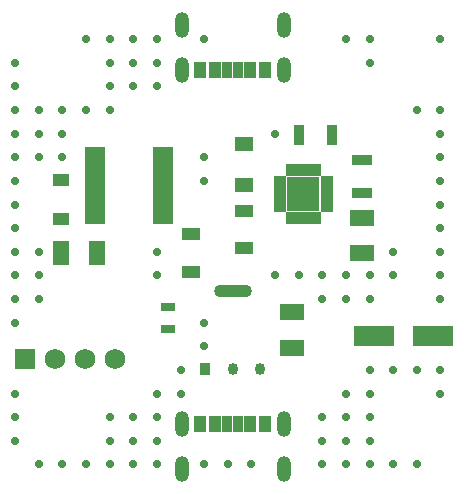
<source format=gts>
G04*
G04 #@! TF.GenerationSoftware,Altium Limited,Altium Designer,25.8.1 (18)*
G04*
G04 Layer_Color=8388736*
%FSLAX25Y25*%
%MOIN*%
G70*
G04*
G04 #@! TF.SameCoordinates,A983AF23-00B2-4BB8-8B37-399FEAB5BF34*
G04*
G04*
G04 #@! TF.FilePolarity,Negative*
G04*
G01*
G75*
%ADD16R,0.06693X0.03740*%
%ADD17R,0.03740X0.06693*%
%ADD24R,0.06299X0.04921*%
%ADD26R,0.05315X0.04331*%
%ADD28R,0.03434X0.03954*%
%ADD29R,0.05118X0.02756*%
G04:AMPARAMS|DCode=30|XSize=39.54mil|YSize=125.28mil|CornerRadius=17.2mil|HoleSize=0mil|Usage=FLASHONLY|Rotation=90.000|XOffset=0mil|YOffset=0mil|HoleType=Round|Shape=RoundedRectangle|*
%AMROUNDEDRECTD30*
21,1,0.03954,0.09088,0,0,90.0*
21,1,0.00514,0.12528,0,0,90.0*
1,1,0.03440,0.04544,0.00257*
1,1,0.03440,0.04544,-0.00257*
1,1,0.03440,-0.04544,-0.00257*
1,1,0.03440,-0.04544,0.00257*
%
%ADD30ROUNDEDRECTD30*%
G04:AMPARAMS|DCode=31|XSize=39.54mil|YSize=34.34mil|CornerRadius=17.17mil|HoleSize=0mil|Usage=FLASHONLY|Rotation=90.000|XOffset=0mil|YOffset=0mil|HoleType=Round|Shape=RoundedRectangle|*
%AMROUNDEDRECTD31*
21,1,0.03954,0.00000,0,0,90.0*
21,1,0.00520,0.03434,0,0,90.0*
1,1,0.03434,0.00000,0.00260*
1,1,0.03434,0.00000,-0.00260*
1,1,0.03434,0.00000,-0.00260*
1,1,0.03434,0.00000,0.00260*
%
%ADD31ROUNDEDRECTD31*%
%ADD32R,0.05906X0.03937*%
%ADD35R,0.04343X0.05328*%
%ADD36R,0.02178X0.03950*%
%ADD37R,0.04147X0.02178*%
%ADD38R,0.11036X0.11430*%
%ADD39R,0.13398X0.07099*%
%ADD40R,0.07887X0.05328*%
%ADD41R,0.06706X0.02572*%
%ADD42R,0.05328X0.07887*%
%ADD43R,0.03950X0.05328*%
%ADD44R,0.03556X0.05328*%
%ADD45O,0.04737X0.08674*%
%ADD46C,0.06902*%
%ADD47R,0.06902X0.06902*%
%ADD48C,0.02769*%
D16*
X122047Y107874D02*
D03*
Y96850D02*
D03*
D17*
X100787Y116142D02*
D03*
X111811D02*
D03*
D24*
X82677Y112992D02*
D03*
Y99606D02*
D03*
D26*
X21654Y100984D02*
D03*
Y87992D02*
D03*
D28*
X69724Y38209D02*
D03*
D29*
X57087Y51378D02*
D03*
Y58858D02*
D03*
D30*
X78740Y64153D02*
D03*
D31*
X87756Y38209D02*
D03*
X78740D02*
D03*
D32*
X82677Y78347D02*
D03*
X64961Y70472D02*
D03*
X82677Y90945D02*
D03*
X64961Y83071D02*
D03*
D35*
X89567Y137795D02*
D03*
Y19685D02*
D03*
X67913Y137795D02*
D03*
Y19685D02*
D03*
D36*
X97441Y104331D02*
D03*
Y88583D02*
D03*
X107283Y104331D02*
D03*
X105315D02*
D03*
X103347D02*
D03*
X101378D02*
D03*
X99410D02*
D03*
X107283Y88583D02*
D03*
X105315D02*
D03*
X103347D02*
D03*
X101378D02*
D03*
X99410D02*
D03*
D37*
X110138Y95473D02*
D03*
Y99410D02*
D03*
Y93504D02*
D03*
Y97441D02*
D03*
X94587Y101378D02*
D03*
Y99410D02*
D03*
Y97441D02*
D03*
Y95473D02*
D03*
Y93504D02*
D03*
Y91535D02*
D03*
X110138Y101378D02*
D03*
Y91535D02*
D03*
D38*
X102362Y96457D02*
D03*
D39*
X145669Y49213D02*
D03*
X125984D02*
D03*
D40*
X122047Y76772D02*
D03*
X98425Y45276D02*
D03*
X122047Y88583D02*
D03*
X98425Y57087D02*
D03*
D41*
X32874Y95571D02*
D03*
Y90453D02*
D03*
Y105807D02*
D03*
Y110925D02*
D03*
Y108366D02*
D03*
Y103248D02*
D03*
Y100689D02*
D03*
Y98130D02*
D03*
Y93012D02*
D03*
Y87894D02*
D03*
X55709D02*
D03*
Y90453D02*
D03*
Y93012D02*
D03*
Y95571D02*
D03*
Y98130D02*
D03*
Y100689D02*
D03*
Y103248D02*
D03*
Y105807D02*
D03*
Y108366D02*
D03*
Y110925D02*
D03*
D42*
X21654Y76772D02*
D03*
X33465D02*
D03*
D43*
X84724Y137795D02*
D03*
X72756D02*
D03*
X84724Y19685D02*
D03*
X72756D02*
D03*
D44*
X76772Y137795D02*
D03*
X80709D02*
D03*
X76772Y19685D02*
D03*
X80709D02*
D03*
D45*
X95748Y137815D02*
D03*
Y152776D02*
D03*
Y19665D02*
D03*
Y4705D02*
D03*
X61732Y152776D02*
D03*
Y137815D02*
D03*
Y4705D02*
D03*
Y19665D02*
D03*
D46*
X19685Y41339D02*
D03*
X29685D02*
D03*
X39685D02*
D03*
D47*
X9685D02*
D03*
D48*
X148032Y148032D02*
D03*
Y124410D02*
D03*
Y116536D02*
D03*
Y108662D02*
D03*
Y100787D02*
D03*
Y92914D02*
D03*
Y85040D02*
D03*
Y77166D02*
D03*
Y69291D02*
D03*
Y61417D02*
D03*
Y37795D02*
D03*
Y29921D02*
D03*
X140158Y124410D02*
D03*
Y37795D02*
D03*
Y6299D02*
D03*
X132284Y77166D02*
D03*
Y69291D02*
D03*
Y37795D02*
D03*
Y6299D02*
D03*
X124410Y148032D02*
D03*
Y140158D02*
D03*
Y69291D02*
D03*
Y61417D02*
D03*
Y37795D02*
D03*
Y29921D02*
D03*
Y22047D02*
D03*
Y14173D02*
D03*
Y6299D02*
D03*
X116536Y148032D02*
D03*
Y69291D02*
D03*
Y61417D02*
D03*
Y29921D02*
D03*
Y22047D02*
D03*
Y14173D02*
D03*
Y6299D02*
D03*
X108662Y69291D02*
D03*
Y61417D02*
D03*
Y22047D02*
D03*
Y14173D02*
D03*
Y6299D02*
D03*
X100787Y69291D02*
D03*
X92914Y116536D02*
D03*
Y69291D02*
D03*
X85040Y6299D02*
D03*
X77166D02*
D03*
X69291Y148032D02*
D03*
Y108662D02*
D03*
Y100787D02*
D03*
Y53543D02*
D03*
Y45669D02*
D03*
Y6299D02*
D03*
X61417Y37795D02*
D03*
Y29921D02*
D03*
X53543Y148032D02*
D03*
Y140158D02*
D03*
Y132284D02*
D03*
Y77166D02*
D03*
Y69291D02*
D03*
Y29921D02*
D03*
Y22047D02*
D03*
Y14173D02*
D03*
Y6299D02*
D03*
X45669Y148032D02*
D03*
Y140158D02*
D03*
Y132284D02*
D03*
Y22047D02*
D03*
Y14173D02*
D03*
Y6299D02*
D03*
X37795Y148032D02*
D03*
Y140158D02*
D03*
Y132284D02*
D03*
Y124410D02*
D03*
Y22047D02*
D03*
Y14173D02*
D03*
Y6299D02*
D03*
X29921Y148032D02*
D03*
Y124410D02*
D03*
Y6299D02*
D03*
X22047Y124410D02*
D03*
Y116536D02*
D03*
Y108662D02*
D03*
Y6299D02*
D03*
X14173Y124410D02*
D03*
Y116536D02*
D03*
Y108662D02*
D03*
Y77166D02*
D03*
Y69291D02*
D03*
Y61417D02*
D03*
Y6299D02*
D03*
X6299Y140158D02*
D03*
Y132284D02*
D03*
Y124410D02*
D03*
Y116536D02*
D03*
Y108662D02*
D03*
Y100787D02*
D03*
Y92914D02*
D03*
Y85040D02*
D03*
Y77166D02*
D03*
Y69291D02*
D03*
Y61417D02*
D03*
Y53543D02*
D03*
Y29921D02*
D03*
Y22047D02*
D03*
Y14173D02*
D03*
X104528Y94291D02*
D03*
Y98622D02*
D03*
X100197Y94291D02*
D03*
Y98622D02*
D03*
M02*

</source>
